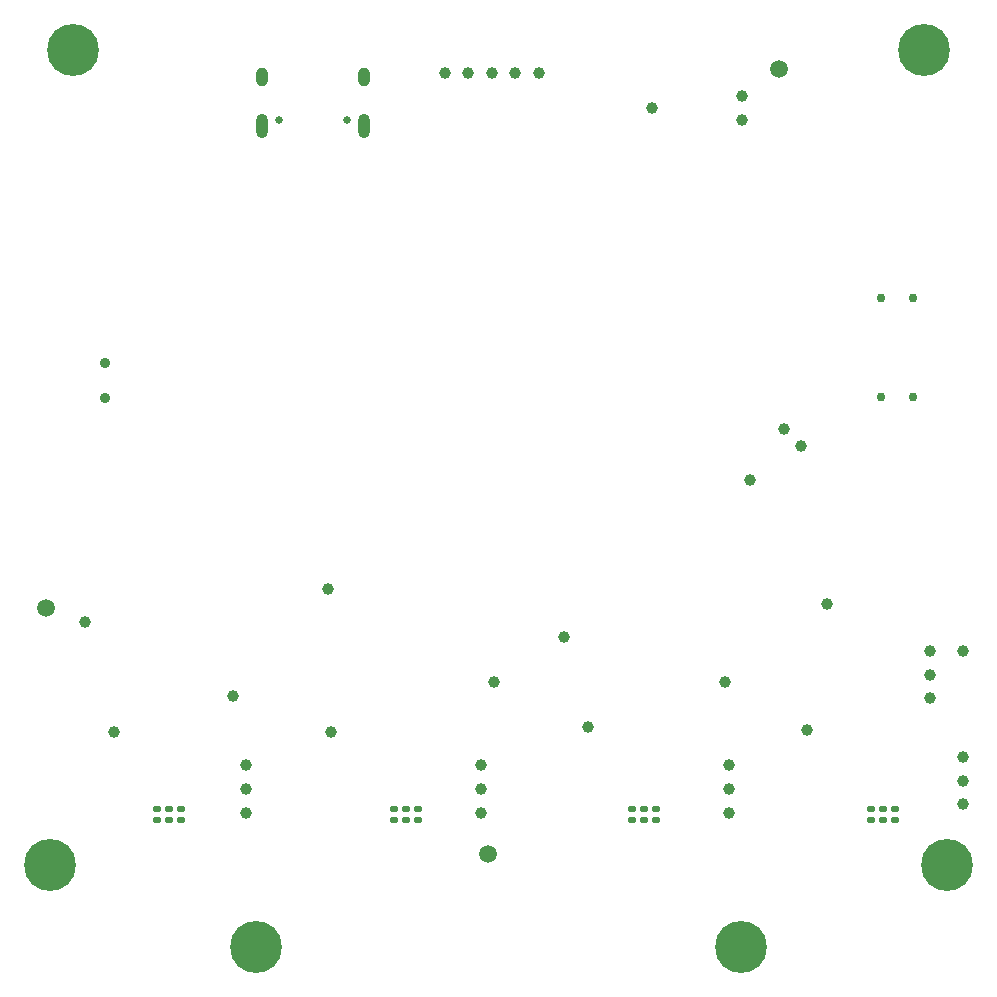
<source format=gbr>
G04 #@! TF.GenerationSoftware,KiCad,Pcbnew,(6.0.10-0)*
G04 #@! TF.CreationDate,2023-01-04T10:37:38-05:00*
G04 #@! TF.ProjectId,ReLoki_ECAD,52654c6f-6b69-45f4-9543-41442e6b6963,0.2.1*
G04 #@! TF.SameCoordinates,Original*
G04 #@! TF.FileFunction,Soldermask,Bot*
G04 #@! TF.FilePolarity,Negative*
%FSLAX46Y46*%
G04 Gerber Fmt 4.6, Leading zero omitted, Abs format (unit mm)*
G04 Created by KiCad (PCBNEW (6.0.10-0)) date 2023-01-04 10:37:38*
%MOMM*%
%LPD*%
G01*
G04 APERTURE LIST*
G04 Aperture macros list*
%AMRoundRect*
0 Rectangle with rounded corners*
0 $1 Rounding radius*
0 $2 $3 $4 $5 $6 $7 $8 $9 X,Y pos of 4 corners*
0 Add a 4 corners polygon primitive as box body*
4,1,4,$2,$3,$4,$5,$6,$7,$8,$9,$2,$3,0*
0 Add four circle primitives for the rounded corners*
1,1,$1+$1,$2,$3*
1,1,$1+$1,$4,$5*
1,1,$1+$1,$6,$7*
1,1,$1+$1,$8,$9*
0 Add four rect primitives between the rounded corners*
20,1,$1+$1,$2,$3,$4,$5,0*
20,1,$1+$1,$4,$5,$6,$7,0*
20,1,$1+$1,$6,$7,$8,$9,0*
20,1,$1+$1,$8,$9,$2,$3,0*%
G04 Aperture macros list end*
%ADD10C,0.650000*%
%ADD11O,1.000000X1.600000*%
%ADD12O,1.000000X2.100000*%
%ADD13C,0.900000*%
%ADD14C,0.750000*%
%ADD15C,4.400000*%
%ADD16C,0.991000*%
%ADD17C,0.700000*%
%ADD18C,1.000000*%
%ADD19RoundRect,0.140000X-0.170000X0.140000X-0.170000X-0.140000X0.170000X-0.140000X0.170000X0.140000X0*%
%ADD20C,1.500000*%
G04 APERTURE END LIST*
D10*
G04 #@! TO.C,J7*
X84680000Y-59095228D03*
X90460000Y-59095228D03*
D11*
X83250000Y-55415228D03*
D12*
X91890000Y-59595228D03*
X83250000Y-59595228D03*
D11*
X91890000Y-55415228D03*
G04 #@! TD*
D13*
G04 #@! TO.C,SW3*
X69969999Y-82599999D03*
X69969999Y-79599999D03*
G04 #@! TD*
D14*
G04 #@! TO.C,SW2*
X135674999Y-74099999D03*
X138424999Y-74099999D03*
G04 #@! TD*
D15*
G04 #@! TO.C,H5*
X82800000Y-129100000D03*
G04 #@! TD*
D16*
G04 #@! TO.C,J2*
X124603948Y-89496050D03*
X127478337Y-85186234D03*
X128913764Y-86621661D03*
G04 #@! TD*
D14*
G04 #@! TO.C,SW1*
X135674999Y-82499999D03*
X138424999Y-82499999D03*
G04 #@! TD*
D17*
G04 #@! TO.C,H1*
X68466726Y-54266726D03*
X66133274Y-51933274D03*
X67300000Y-51450000D03*
X67300000Y-54750000D03*
X65650000Y-53100000D03*
X66133274Y-54266726D03*
D15*
X67300000Y-53100000D03*
D17*
X68466726Y-51933274D03*
X68950000Y-53100000D03*
G04 #@! TD*
G04 #@! TO.C,H2*
X66950000Y-122100000D03*
D15*
X65300000Y-122100000D03*
D17*
X66466726Y-123266726D03*
X64133274Y-120933274D03*
X64133274Y-123266726D03*
X65300000Y-123750000D03*
X65300000Y-120450000D03*
X66466726Y-120933274D03*
X63650000Y-122100000D03*
G04 #@! TD*
D16*
G04 #@! TO.C,J1*
X116319999Y-58055228D03*
X123939999Y-57040228D03*
X123939999Y-59070228D03*
G04 #@! TD*
D17*
G04 #@! TO.C,H3*
X140133274Y-120933274D03*
X139650000Y-122100000D03*
X141300000Y-120450000D03*
X141300000Y-123750000D03*
X142466726Y-120933274D03*
D15*
X141300000Y-122100000D03*
D17*
X142466726Y-123266726D03*
X140133274Y-123266726D03*
X142950000Y-122100000D03*
G04 #@! TD*
D15*
G04 #@! TO.C,H6*
X123800000Y-129100000D03*
G04 #@! TD*
D17*
G04 #@! TO.C,H4*
X139300000Y-51450000D03*
X137650000Y-53100000D03*
X138133274Y-51933274D03*
X140950000Y-53100000D03*
X140466726Y-54266726D03*
X140466726Y-51933274D03*
X138133274Y-54266726D03*
D15*
X139300000Y-53100000D03*
D17*
X139300000Y-54750000D03*
G04 #@! TD*
D18*
G04 #@! TO.C,TP18*
X139800000Y-106025000D03*
G04 #@! TD*
D19*
G04 #@! TO.C,C108*
X95474999Y-117399999D03*
X95474999Y-118359999D03*
G04 #@! TD*
D18*
G04 #@! TO.C,TP1*
X142600000Y-115000000D03*
G04 #@! TD*
G04 #@! TO.C,TP31*
X89100000Y-110850000D03*
G04 #@! TD*
G04 #@! TO.C,TP20*
X106725000Y-55075000D03*
G04 #@! TD*
D19*
G04 #@! TO.C,C103*
X96499999Y-117399999D03*
X96499999Y-118359999D03*
G04 #@! TD*
G04 #@! TO.C,C83*
X114589999Y-117399999D03*
X114589999Y-118359999D03*
G04 #@! TD*
D20*
G04 #@! TO.C,FID7*
X64999999Y-100399999D03*
G04 #@! TD*
D18*
G04 #@! TO.C,TP16*
X81950000Y-117750000D03*
G04 #@! TD*
G04 #@! TO.C,TP8*
X122800000Y-117700000D03*
G04 #@! TD*
D19*
G04 #@! TO.C,C111*
X94449998Y-117399999D03*
X94449998Y-118359999D03*
G04 #@! TD*
D20*
G04 #@! TO.C,FID6*
X102399999Y-121199999D03*
G04 #@! TD*
D18*
G04 #@! TO.C,TP12*
X101800000Y-117700000D03*
G04 #@! TD*
D19*
G04 #@! TO.C,C80*
X115599999Y-117399999D03*
X115599999Y-118359999D03*
G04 #@! TD*
D18*
G04 #@! TO.C,TP15*
X81950000Y-113700000D03*
G04 #@! TD*
G04 #@! TO.C,TP9*
X101800000Y-115700000D03*
G04 #@! TD*
G04 #@! TO.C,TP6*
X108800000Y-102850000D03*
G04 #@! TD*
D20*
G04 #@! TO.C,FID4*
X127050000Y-54750000D03*
G04 #@! TD*
D18*
G04 #@! TO.C,TP25*
X80800000Y-107800000D03*
G04 #@! TD*
D19*
G04 #@! TO.C,C52*
X135849999Y-117389999D03*
X135849999Y-118349999D03*
G04 #@! TD*
D18*
G04 #@! TO.C,TP14*
X68300000Y-101600000D03*
G04 #@! TD*
G04 #@! TO.C,TP23*
X100725000Y-55075000D03*
G04 #@! TD*
D19*
G04 #@! TO.C,C136*
X75374999Y-117389999D03*
X75374999Y-118349999D03*
G04 #@! TD*
D18*
G04 #@! TO.C,TP4*
X142600000Y-117000000D03*
G04 #@! TD*
D19*
G04 #@! TO.C,C75*
X116599999Y-117404999D03*
X116599999Y-118364999D03*
G04 #@! TD*
D18*
G04 #@! TO.C,TP5*
X122800000Y-115700000D03*
G04 #@! TD*
G04 #@! TO.C,TP3*
X142600000Y-113000000D03*
G04 #@! TD*
G04 #@! TO.C,TP19*
X139800000Y-104025000D03*
G04 #@! TD*
D19*
G04 #@! TO.C,C55*
X134849999Y-117389999D03*
X134849999Y-118349999D03*
G04 #@! TD*
D18*
G04 #@! TO.C,TP29*
X129450000Y-110700000D03*
G04 #@! TD*
G04 #@! TO.C,TP13*
X81950000Y-115722014D03*
G04 #@! TD*
G04 #@! TO.C,TP30*
X110850000Y-110475000D03*
G04 #@! TD*
G04 #@! TO.C,TP7*
X122800000Y-113700000D03*
G04 #@! TD*
G04 #@! TO.C,TP27*
X122500000Y-106600000D03*
G04 #@! TD*
G04 #@! TO.C,TP22*
X102725000Y-55075000D03*
G04 #@! TD*
D19*
G04 #@! TO.C,C47*
X136849999Y-117389999D03*
X136849999Y-118349999D03*
G04 #@! TD*
D18*
G04 #@! TO.C,TP32*
X70700000Y-110850000D03*
G04 #@! TD*
G04 #@! TO.C,TP26*
X142600000Y-104025000D03*
G04 #@! TD*
D19*
G04 #@! TO.C,C131*
X76399999Y-117389999D03*
X76399999Y-118349999D03*
G04 #@! TD*
D18*
G04 #@! TO.C,TP17*
X139800000Y-108025000D03*
G04 #@! TD*
G04 #@! TO.C,TP10*
X88850000Y-98800000D03*
G04 #@! TD*
G04 #@! TO.C,TP24*
X98725000Y-55075000D03*
G04 #@! TD*
G04 #@! TO.C,TP28*
X102900000Y-106600000D03*
G04 #@! TD*
G04 #@! TO.C,TP21*
X104725000Y-55075000D03*
G04 #@! TD*
G04 #@! TO.C,TP2*
X131100000Y-100000000D03*
G04 #@! TD*
D19*
G04 #@! TO.C,C139*
X74349999Y-117389999D03*
X74349999Y-118349999D03*
G04 #@! TD*
D18*
G04 #@! TO.C,TP11*
X101800000Y-113700000D03*
G04 #@! TD*
M02*

</source>
